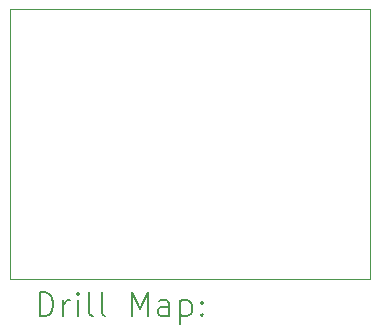
<source format=gbr>
%TF.GenerationSoftware,KiCad,Pcbnew,7.0.7*%
%TF.CreationDate,2023-08-26T23:35:01+05:30*%
%TF.ProjectId,ir_project,69725f70-726f-46a6-9563-742e6b696361,rev?*%
%TF.SameCoordinates,Original*%
%TF.FileFunction,Drillmap*%
%TF.FilePolarity,Positive*%
%FSLAX45Y45*%
G04 Gerber Fmt 4.5, Leading zero omitted, Abs format (unit mm)*
G04 Created by KiCad (PCBNEW 7.0.7) date 2023-08-26 23:35:01*
%MOMM*%
%LPD*%
G01*
G04 APERTURE LIST*
%ADD10C,0.100000*%
%ADD11C,0.200000*%
G04 APERTURE END LIST*
D10*
X14224000Y-7112000D02*
X17272000Y-7112000D01*
X17272000Y-9398000D01*
X14224000Y-9398000D01*
X14224000Y-7112000D01*
D11*
X14479777Y-9714484D02*
X14479777Y-9514484D01*
X14479777Y-9514484D02*
X14527396Y-9514484D01*
X14527396Y-9514484D02*
X14555967Y-9524008D01*
X14555967Y-9524008D02*
X14575015Y-9543055D01*
X14575015Y-9543055D02*
X14584539Y-9562103D01*
X14584539Y-9562103D02*
X14594062Y-9600198D01*
X14594062Y-9600198D02*
X14594062Y-9628770D01*
X14594062Y-9628770D02*
X14584539Y-9666865D01*
X14584539Y-9666865D02*
X14575015Y-9685912D01*
X14575015Y-9685912D02*
X14555967Y-9704960D01*
X14555967Y-9704960D02*
X14527396Y-9714484D01*
X14527396Y-9714484D02*
X14479777Y-9714484D01*
X14679777Y-9714484D02*
X14679777Y-9581150D01*
X14679777Y-9619246D02*
X14689301Y-9600198D01*
X14689301Y-9600198D02*
X14698824Y-9590674D01*
X14698824Y-9590674D02*
X14717872Y-9581150D01*
X14717872Y-9581150D02*
X14736920Y-9581150D01*
X14803586Y-9714484D02*
X14803586Y-9581150D01*
X14803586Y-9514484D02*
X14794062Y-9524008D01*
X14794062Y-9524008D02*
X14803586Y-9533531D01*
X14803586Y-9533531D02*
X14813110Y-9524008D01*
X14813110Y-9524008D02*
X14803586Y-9514484D01*
X14803586Y-9514484D02*
X14803586Y-9533531D01*
X14927396Y-9714484D02*
X14908348Y-9704960D01*
X14908348Y-9704960D02*
X14898824Y-9685912D01*
X14898824Y-9685912D02*
X14898824Y-9514484D01*
X15032158Y-9714484D02*
X15013110Y-9704960D01*
X15013110Y-9704960D02*
X15003586Y-9685912D01*
X15003586Y-9685912D02*
X15003586Y-9514484D01*
X15260729Y-9714484D02*
X15260729Y-9514484D01*
X15260729Y-9514484D02*
X15327396Y-9657341D01*
X15327396Y-9657341D02*
X15394062Y-9514484D01*
X15394062Y-9514484D02*
X15394062Y-9714484D01*
X15575015Y-9714484D02*
X15575015Y-9609722D01*
X15575015Y-9609722D02*
X15565491Y-9590674D01*
X15565491Y-9590674D02*
X15546443Y-9581150D01*
X15546443Y-9581150D02*
X15508348Y-9581150D01*
X15508348Y-9581150D02*
X15489301Y-9590674D01*
X15575015Y-9704960D02*
X15555967Y-9714484D01*
X15555967Y-9714484D02*
X15508348Y-9714484D01*
X15508348Y-9714484D02*
X15489301Y-9704960D01*
X15489301Y-9704960D02*
X15479777Y-9685912D01*
X15479777Y-9685912D02*
X15479777Y-9666865D01*
X15479777Y-9666865D02*
X15489301Y-9647817D01*
X15489301Y-9647817D02*
X15508348Y-9638293D01*
X15508348Y-9638293D02*
X15555967Y-9638293D01*
X15555967Y-9638293D02*
X15575015Y-9628770D01*
X15670253Y-9581150D02*
X15670253Y-9781150D01*
X15670253Y-9590674D02*
X15689301Y-9581150D01*
X15689301Y-9581150D02*
X15727396Y-9581150D01*
X15727396Y-9581150D02*
X15746443Y-9590674D01*
X15746443Y-9590674D02*
X15755967Y-9600198D01*
X15755967Y-9600198D02*
X15765491Y-9619246D01*
X15765491Y-9619246D02*
X15765491Y-9676389D01*
X15765491Y-9676389D02*
X15755967Y-9695436D01*
X15755967Y-9695436D02*
X15746443Y-9704960D01*
X15746443Y-9704960D02*
X15727396Y-9714484D01*
X15727396Y-9714484D02*
X15689301Y-9714484D01*
X15689301Y-9714484D02*
X15670253Y-9704960D01*
X15851205Y-9695436D02*
X15860729Y-9704960D01*
X15860729Y-9704960D02*
X15851205Y-9714484D01*
X15851205Y-9714484D02*
X15841682Y-9704960D01*
X15841682Y-9704960D02*
X15851205Y-9695436D01*
X15851205Y-9695436D02*
X15851205Y-9714484D01*
X15851205Y-9590674D02*
X15860729Y-9600198D01*
X15860729Y-9600198D02*
X15851205Y-9609722D01*
X15851205Y-9609722D02*
X15841682Y-9600198D01*
X15841682Y-9600198D02*
X15851205Y-9590674D01*
X15851205Y-9590674D02*
X15851205Y-9609722D01*
M02*

</source>
